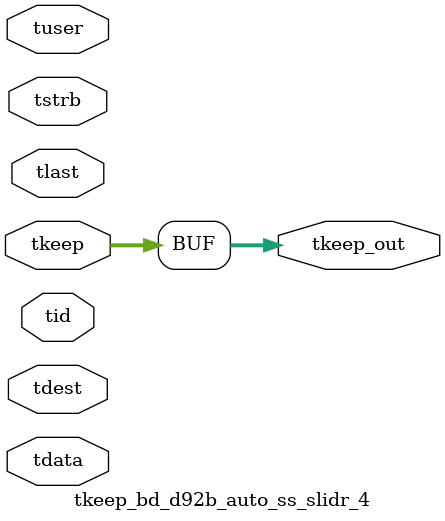
<source format=v>


`timescale 1ps/1ps

module tkeep_bd_d92b_auto_ss_slidr_4 #
(
parameter C_S_AXIS_TDATA_WIDTH = 32,
parameter C_S_AXIS_TUSER_WIDTH = 0,
parameter C_S_AXIS_TID_WIDTH   = 0,
parameter C_S_AXIS_TDEST_WIDTH = 0,
parameter C_M_AXIS_TDATA_WIDTH = 32
)
(
input  [(C_S_AXIS_TDATA_WIDTH == 0 ? 1 : C_S_AXIS_TDATA_WIDTH)-1:0     ] tdata,
input  [(C_S_AXIS_TUSER_WIDTH == 0 ? 1 : C_S_AXIS_TUSER_WIDTH)-1:0     ] tuser,
input  [(C_S_AXIS_TID_WIDTH   == 0 ? 1 : C_S_AXIS_TID_WIDTH)-1:0       ] tid,
input  [(C_S_AXIS_TDEST_WIDTH == 0 ? 1 : C_S_AXIS_TDEST_WIDTH)-1:0     ] tdest,
input  [(C_S_AXIS_TDATA_WIDTH/8)-1:0 ] tkeep,
input  [(C_S_AXIS_TDATA_WIDTH/8)-1:0 ] tstrb,
input                                                                    tlast,
output [(C_M_AXIS_TDATA_WIDTH/8)-1:0 ] tkeep_out
);

assign tkeep_out = {tkeep[7:0]};

endmodule


</source>
